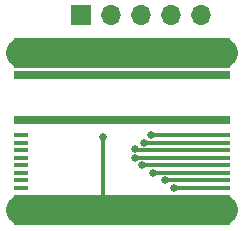
<source format=gbr>
G04 #@! TF.FileFunction,Copper,L2,Bot,Signal*
%FSLAX46Y46*%
G04 Gerber Fmt 4.6, Leading zero omitted, Abs format (unit mm)*
G04 Created by KiCad (PCBNEW 4.0.6-e0-6349~53~ubuntu16.04.1) date Sun Jul 30 23:11:08 2017*
%MOMM*%
%LPD*%
G01*
G04 APERTURE LIST*
%ADD10C,0.100000*%
%ADD11R,1.700000X1.700000*%
%ADD12O,1.700000X1.700000*%
%ADD13R,1.270000X2.540000*%
%ADD14R,1.270000X0.635000*%
%ADD15R,1.270000X0.304800*%
%ADD16C,0.635000*%
%ADD17C,2.540000*%
%ADD18C,0.304800*%
%ADD19C,0.635000*%
G04 APERTURE END LIST*
D10*
D11*
X5080000Y16510000D03*
D12*
X7620000Y16510000D03*
X10160000Y16510000D03*
X12700000Y16510000D03*
X15240000Y16510000D03*
D13*
X0Y13335000D03*
X0Y0D03*
D14*
X0Y11430000D03*
D15*
X0Y6350000D03*
X0Y5715000D03*
X0Y5080000D03*
X0Y4445000D03*
X0Y3810000D03*
X0Y3175000D03*
X0Y2540000D03*
X0Y1905000D03*
D14*
X0Y7620000D03*
D13*
X17145000Y13335000D03*
X17145000Y0D03*
D14*
X17145000Y11430000D03*
D15*
X17145000Y6350000D03*
X17145000Y5715000D03*
X17145000Y5080000D03*
X17145000Y4445000D03*
X17145000Y3810000D03*
X17145000Y3175000D03*
X17145000Y2540000D03*
X17145000Y1905000D03*
D14*
X17145000Y7620000D03*
D16*
X14605000Y14D03*
X6985000Y6222259D03*
X6985000Y7620000D03*
X14605000Y7620000D03*
X6350000Y11430000D03*
X1905000Y13335000D03*
X12954000Y1905000D03*
X12192000Y2540000D03*
X11049000Y6350000D03*
X10414002Y5715000D03*
X9652000Y5207000D03*
X9654482Y4419592D03*
X10287000Y3810000D03*
X11176000Y3174996D03*
D17*
X17145000Y0D02*
X14605014Y0D01*
X14605014Y0D02*
X14605000Y14D01*
X6985000Y0D02*
X0Y0D01*
X14155988Y14D02*
X14605000Y14D01*
X6985000Y0D02*
X6985014Y14D01*
X6985014Y14D02*
X14155988Y14D01*
D18*
X6985000Y0D02*
X6985000Y6222259D01*
D19*
X17145000Y7620000D02*
X14605000Y7620000D01*
X0Y7620000D02*
X6985000Y7620000D01*
X14605000Y7620000D02*
X6985000Y7620000D01*
X17145000Y11430000D02*
X7620000Y11430000D01*
X7620000Y11430000D02*
X6350000Y11430000D01*
X6350000Y11430000D02*
X0Y11430000D01*
D17*
X0Y13335000D02*
X1905000Y13335000D01*
X17145000Y13335000D02*
X1905000Y13335000D01*
D18*
X17145000Y1905000D02*
X12954000Y1905000D01*
X17145000Y2540000D02*
X12192000Y2540000D01*
X17145000Y6350000D02*
X11049000Y6350000D01*
X17145000Y5715000D02*
X10414002Y5715000D01*
X17145000Y5080000D02*
X9779000Y5080000D01*
X9779000Y5080000D02*
X9652000Y5207000D01*
X17145000Y4445000D02*
X9679890Y4445000D01*
X9679890Y4445000D02*
X9654482Y4419592D01*
X17145000Y3810000D02*
X10287000Y3810000D01*
X17145000Y3175000D02*
X11176004Y3175000D01*
X11176004Y3175000D02*
X11176000Y3174996D01*
M02*

</source>
